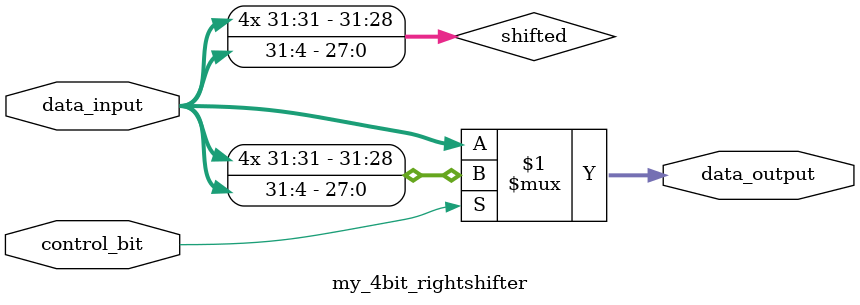
<source format=v>
module my_4bit_rightshifter(data_input, control_bit, data_output);

	input [31:0] data_input;
	input control_bit;
	
	wire [31:0] shifted;
	
	output [31:0] data_output;
	
	
	genvar k;
	generate
	for(k = 0; k < 28; k = k+1) begin: my4RightShiftLoop
		assign shifted[k] = data_input[k+4];
    end
	endgenerate
    
    genvar j;
	generate
	for(j = 28; j < 32; j = j+1) begin: my4RightShiftLoop2
		assign shifted[j] = data_input[31];
    end
	endgenerate
	
	assign data_output = control_bit ? shifted : data_input;
	
	
	
endmodule
</source>
